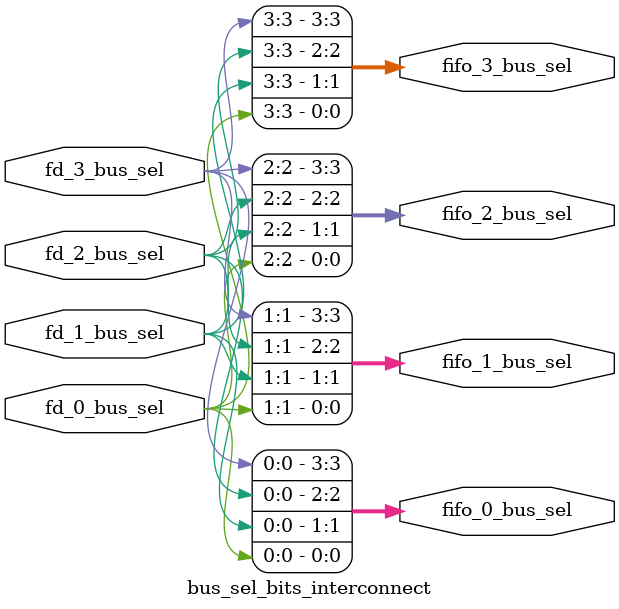
<source format=v>
/********************************************
该模块将相应的fd申请结果与fifo对应的申请位
相连接
Connect mode example:
Fd_0[1]-----Fifi_1[0]
general formula
Fd_x[y]-----Fifi_y[x]
********************************************/
module bus_sel_bits_interconnect(
//fifo port
//输出到bus_cross_bar 对应fifo的申请位**
fifo_0_bus_sel,//输出到bus_cross_bar 对应fifo0的申请位**
fifo_1_bus_sel,//输出到bus_cross_bar 对应fifo1的申请位**
fifo_2_bus_sel,//输出到bus_cross_bar 对应fifo2的申请位**
fifo_3_bus_sel,//输出到bus_cross_bar 对应fifo3的申请位**

//frame_decoder port
//来自fd的申请位**
fd_0_bus_sel,//来自fd0的申请位**
fd_1_bus_sel,//来自fd1的申请位**
fd_2_bus_sel,//来自fd2的申请位**
fd_3_bus_sel //来自fd3的申请位**
);

output [3:0]   fifo_0_bus_sel;
output [3:0]   fifo_1_bus_sel;
output [3:0]   fifo_2_bus_sel;
output [3:0]   fifo_3_bus_sel;
    
input  [3:0]   fd_0_bus_sel;//
input  [3:0]   fd_1_bus_sel;//
input  [3:0]   fd_2_bus_sel;//
input  [3:0]   fd_3_bus_sel;//

//Connect mode example:
//Fd_0[1]-----Fifi_1[0]
//general formula
//Fd_x[y]-----Fifi_y[x]
assign fifo_0_bus_sel[0]=fd_0_bus_sel[0];
assign fifo_0_bus_sel[1]=fd_1_bus_sel[0];
assign fifo_0_bus_sel[2]=fd_2_bus_sel[0];
assign fifo_0_bus_sel[3]=fd_3_bus_sel[0];
                                        
assign fifo_1_bus_sel[0]=fd_0_bus_sel[1];
assign fifo_1_bus_sel[1]=fd_1_bus_sel[1];
assign fifo_1_bus_sel[2]=fd_2_bus_sel[1];
assign fifo_1_bus_sel[3]=fd_3_bus_sel[1];
                                        
assign fifo_2_bus_sel[0]=fd_0_bus_sel[2];
assign fifo_2_bus_sel[1]=fd_1_bus_sel[2];
assign fifo_2_bus_sel[2]=fd_2_bus_sel[2];
assign fifo_2_bus_sel[3]=fd_3_bus_sel[2];
                                        
assign fifo_3_bus_sel[0]=fd_0_bus_sel[3];
assign fifo_3_bus_sel[1]=fd_1_bus_sel[3];
assign fifo_3_bus_sel[2]=fd_2_bus_sel[3];
assign fifo_3_bus_sel[3]=fd_3_bus_sel[3];

endmodule
</source>
